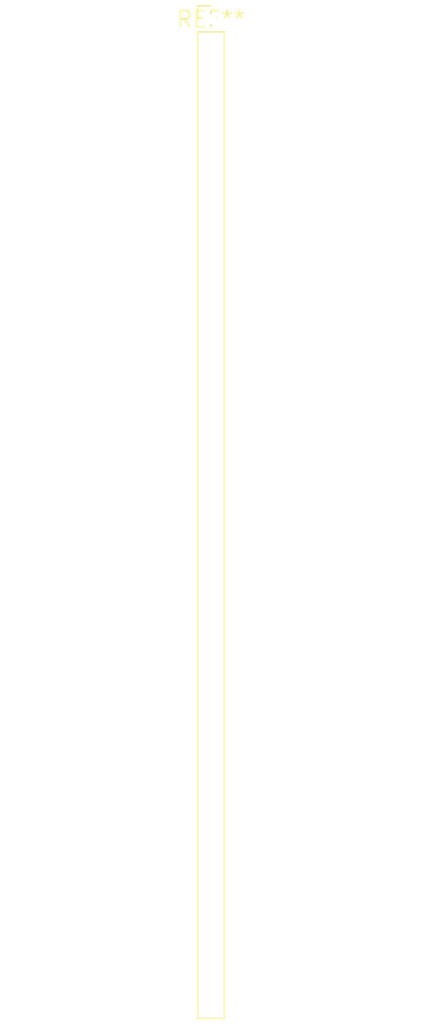
<source format=kicad_pcb>
(kicad_pcb (version 20240108) (generator pcbnew)
  (layers (0 "F.Cu" signal) (31 "B.Cu" signal) (34 "B.Paste" user) (35 "F.Paste" user) (36 "B.SilkS" user "B.Silkscreen") (37 "F.SilkS" user "F.Silkscreen") (38 "B.Mask" user) (39 "F.Mask" user) (44 "Edge.Cuts" user))
  (net 0 "")
  (footprint "PinHeader_1x40_P2.00mm_Vertical" (layer "F.Cu") (at 0 0)
    (property "Reference" "REF**")
    (property "Value" "PinHeader_1x40_P2.00mm_Vertical")
    (fp_line (start -1.06 -1.06) (end 0 -1.06) (layer "F.SilkS") (stroke (width 0.12)))
    (fp_line (start -1.06 0) (end -1.06 -1.06) (layer "F.SilkS") (stroke (width 0.12)))
    (fp_line (start -1.06 1) (end -1.06 79.06) (layer "F.SilkS") (stroke (width 0.12)))
    (fp_line (start -1.06 1) (end 1.06 1) (layer "F.SilkS") (stroke (width 0.12)))
    (fp_line (start -1.06 79.06) (end 1.06 79.06) (layer "F.SilkS") (stroke (width 0.12)))
    (fp_line (start 1.06 1) (end 1.06 79.06) (layer "F.SilkS") (stroke (width 0.12)))
    (pad "1" thru_hole rect (at 0 0) (size 1.35 1.35) (drill 0.8) (layers *.Cu *.Mask) (remove_unused_layers))
    (pad "2" thru_hole oval (at 0 2) (size 1.35 1.35) (drill 0.8) (layers *.Cu *.Mask) (remove_unused_layers))
    (pad "3" thru_hole oval (at 0 4) (size 1.35 1.35) (drill 0.8) (layers *.Cu *.Mask) (remove_unused_layers))
    (pad "4" thru_hole oval (at 0 6) (size 1.35 1.35) (drill 0.8) (layers *.Cu *.Mask) (remove_unused_layers))
    (pad "5" thru_hole oval (at 0 8) (size 1.35 1.35) (drill 0.8) (layers *.Cu *.Mask) (remove_unused_layers))
    (pad "6" thru_hole oval (at 0 10) (size 1.35 1.35) (drill 0.8) (layers *.Cu *.Mask) (remove_unused_layers))
    (pad "7" thru_hole oval (at 0 12) (size 1.35 1.35) (drill 0.8) (layers *.Cu *.Mask) (remove_unused_layers))
    (pad "8" thru_hole oval (at 0 14) (size 1.35 1.35) (drill 0.8) (layers *.Cu *.Mask) (remove_unused_layers))
    (pad "9" thru_hole oval (at 0 16) (size 1.35 1.35) (drill 0.8) (layers *.Cu *.Mask) (remove_unused_layers))
    (pad "10" thru_hole oval (at 0 18) (size 1.35 1.35) (drill 0.8) (layers *.Cu *.Mask) (remove_unused_layers))
    (pad "11" thru_hole oval (at 0 20) (size 1.35 1.35) (drill 0.8) (layers *.Cu *.Mask) (remove_unused_layers))
    (pad "12" thru_hole oval (at 0 22) (size 1.35 1.35) (drill 0.8) (layers *.Cu *.Mask) (remove_unused_layers))
    (pad "13" thru_hole oval (at 0 24) (size 1.35 1.35) (drill 0.8) (layers *.Cu *.Mask) (remove_unused_layers))
    (pad "14" thru_hole oval (at 0 26) (size 1.35 1.35) (drill 0.8) (layers *.Cu *.Mask) (remove_unused_layers))
    (pad "15" thru_hole oval (at 0 28) (size 1.35 1.35) (drill 0.8) (layers *.Cu *.Mask) (remove_unused_layers))
    (pad "16" thru_hole oval (at 0 30) (size 1.35 1.35) (drill 0.8) (layers *.Cu *.Mask) (remove_unused_layers))
    (pad "17" thru_hole oval (at 0 32) (size 1.35 1.35) (drill 0.8) (layers *.Cu *.Mask) (remove_unused_layers))
    (pad "18" thru_hole oval (at 0 34) (size 1.35 1.35) (drill 0.8) (layers *.Cu *.Mask) (remove_unused_layers))
    (pad "19" thru_hole oval (at 0 36) (size 1.35 1.35) (drill 0.8) (layers *.Cu *.Mask) (remove_unused_layers))
    (pad "20" thru_hole oval (at 0 38) (size 1.35 1.35) (drill 0.8) (layers *.Cu *.Mask) (remove_unused_layers))
    (pad "21" thru_hole oval (at 0 40) (size 1.35 1.35) (drill 0.8) (layers *.Cu *.Mask) (remove_unused_layers))
    (pad "22" thru_hole oval (at 0 42) (size 1.35 1.35) (drill 0.8) (layers *.Cu *.Mask) (remove_unused_layers))
    (pad "23" thru_hole oval (at 0 44) (size 1.35 1.35) (drill 0.8) (layers *.Cu *.Mask) (remove_unused_layers))
    (pad "24" thru_hole oval (at 0 46) (size 1.35 1.35) (drill 0.8) (layers *.Cu *.Mask) (remove_unused_layers))
    (pad "25" thru_hole oval (at 0 48) (size 1.35 1.35) (drill 0.8) (layers *.Cu *.Mask) (remove_unused_layers))
    (pad "26" thru_hole oval (at 0 50) (size 1.35 1.35) (drill 0.8) (layers *.Cu *.Mask) (remove_unused_layers))
    (pad "27" thru_hole oval (at 0 52) (size 1.35 1.35) (drill 0.8) (layers *.Cu *.Mask) (remove_unused_layers))
    (pad "28" thru_hole oval (at 0 54) (size 1.35 1.35) (drill 0.8) (layers *.Cu *.Mask) (remove_unused_layers))
    (pad "29" thru_hole oval (at 0 56) (size 1.35 1.35) (drill 0.8) (layers *.Cu *.Mask) (remove_unused_layers))
    (pad "30" thru_hole oval (at 0 58) (size 1.35 1.35) (drill 0.8) (layers *.Cu *.Mask) (remove_unused_layers))
    (pad "31" thru_hole oval (at 0 60) (size 1.35 1.35) (drill 0.8) (layers *.Cu *.Mask) (remove_unused_layers))
    (pad "32" thru_hole oval (at 0 62) (size 1.35 1.35) (drill 0.8) (layers *.Cu *.Mask) (remove_unused_layers))
    (pad "33" thru_hole oval (at 0 64) (size 1.35 1.35) (drill 0.8) (layers *.Cu *.Mask) (remove_unused_layers))
    (pad "34" thru_hole oval (at 0 66) (size 1.35 1.35) (drill 0.8) (layers *.Cu *.Mask) (remove_unused_layers))
    (pad "35" thru_hole oval (at 0 68) (size 1.35 1.35) (drill 0.8) (layers *.Cu *.Mask) (remove_unused_layers))
    (pad "36" thru_hole oval (at 0 70) (size 1.35 1.35) (drill 0.8) (layers *.Cu *.Mask) (remove_unused_layers))
    (pad "37" thru_hole oval (at 0 72) (size 1.35 1.35) (drill 0.8) (layers *.Cu *.Mask) (remove_unused_layers))
    (pad "38" thru_hole oval (at 0 74) (size 1.35 1.35) (drill 0.8) (layers *.Cu *.Mask) (remove_unused_layers))
    (pad "39" thru_hole oval (at 0 76) (size 1.35 1.35) (drill 0.8) (layers *.Cu *.Mask) (remove_unused_layers))
    (pad "40" thru_hole oval (at 0 78) (size 1.35 1.35) (drill 0.8) (layers *.Cu *.Mask) (remove_unused_layers))
  )
)
</source>
